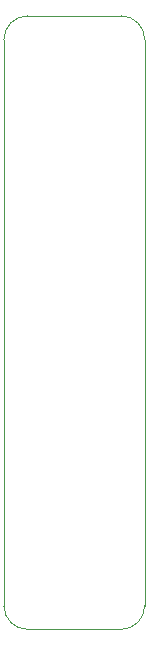
<source format=gbr>
%TF.GenerationSoftware,KiCad,Pcbnew,9.0.6*%
%TF.CreationDate,2025-12-15T19:13:37-05:00*%
%TF.ProjectId,Keychain v1,4b657963-6861-4696-9e20-76312e6b6963,rev?*%
%TF.SameCoordinates,Original*%
%TF.FileFunction,Profile,NP*%
%FSLAX46Y46*%
G04 Gerber Fmt 4.6, Leading zero omitted, Abs format (unit mm)*
G04 Created by KiCad (PCBNEW 9.0.6) date 2025-12-15 19:13:37*
%MOMM*%
%LPD*%
G01*
G04 APERTURE LIST*
%TA.AperFunction,Profile*%
%ADD10C,0.050000*%
%TD*%
G04 APERTURE END LIST*
D10*
X178170000Y-133450000D02*
X170240000Y-133450000D01*
X170240000Y-81510000D02*
X178170000Y-81510000D01*
X180170000Y-131450000D02*
G75*
G02*
X178170000Y-133450000I-2000000J0D01*
G01*
X168240000Y-83510000D02*
G75*
G02*
X170240000Y-81510000I2000000J0D01*
G01*
X178170000Y-81510000D02*
G75*
G02*
X180170000Y-83510000I0J-2000000D01*
G01*
X180170000Y-83510000D02*
X180170000Y-131450000D01*
X170240000Y-133450000D02*
G75*
G02*
X168240000Y-131450000I0J2000000D01*
G01*
X168240000Y-131450000D02*
X168240000Y-83510000D01*
M02*

</source>
